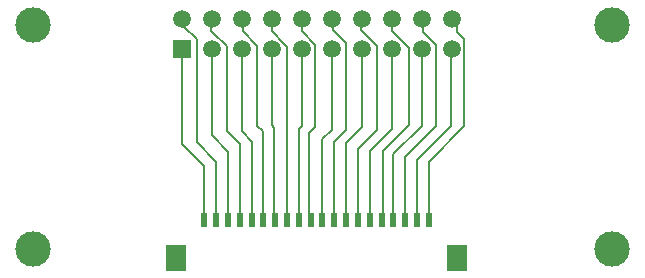
<source format=gbl>
G04*
G04 #@! TF.GenerationSoftware,Altium Limited,Altium Designer,23.9.2 (47)*
G04*
G04 Layer_Physical_Order=2*
G04 Layer_Color=16711680*
%FSLAX44Y44*%
%MOMM*%
G71*
G04*
G04 #@! TF.SameCoordinates,E7A4BE84-EE4C-4B8F-86C3-5DBB0D0320C3*
G04*
G04*
G04 #@! TF.FilePolarity,Positive*
G04*
G01*
G75*
%ADD19C,0.2040*%
%ADD20C,1.5000*%
%ADD21R,1.5000X1.5000*%
%ADD22C,3.0000*%
%ADD23R,1.8000X2.2000*%
%ADD24R,0.6000X1.3000*%
D19*
X158180Y217820D02*
X168400Y207600D01*
X158180Y217820D02*
Y222360D01*
X168400Y120600D02*
Y207600D01*
X155700Y224840D02*
X158180Y222360D01*
X365000Y54541D02*
Y104000D01*
X389000Y214000D02*
X394860Y208140D01*
Y133860D02*
Y208140D01*
X365000Y104000D02*
X394860Y133860D01*
X384300Y224840D02*
X389000Y220140D01*
Y214000D02*
Y220140D01*
X360000Y214000D02*
Y223740D01*
X345000Y54541D02*
Y108000D01*
X371000Y134000D02*
Y203000D01*
X345000Y108000D02*
X371000Y134000D01*
X360000Y214000D02*
X371000Y203000D01*
X358900Y224840D02*
X360000Y223740D01*
X358900Y199440D02*
Y202100D01*
Y133900D02*
Y199440D01*
X333500Y214500D02*
X348000Y200000D01*
Y135000D02*
Y200000D01*
X333500Y214500D02*
Y224840D01*
X308000Y215000D02*
Y224740D01*
X320800Y202200D02*
X320800D01*
X308000Y215000D02*
X320800Y202200D01*
X308000Y224740D02*
X308100Y224840D01*
X282700D02*
X284000Y223540D01*
Y215000D02*
Y223540D01*
X295000Y131000D02*
Y204000D01*
X284000Y215000D02*
X295000Y204000D01*
X257300Y214700D02*
Y224840D01*
Y214700D02*
X269000Y203000D01*
X231900Y214374D02*
Y224840D01*
Y214374D02*
X242460Y203814D01*
Y203814D02*
X245000Y201274D01*
X242460Y203814D02*
Y203814D01*
X206500Y224840D02*
X207720Y223620D01*
Y214280D02*
Y223620D01*
Y214280D02*
X220000Y202000D01*
Y134521D02*
Y202000D01*
X182195Y213000D02*
X182474D01*
X181000Y224740D02*
X181100Y224840D01*
X181000Y214195D02*
Y224740D01*
Y214195D02*
X182195Y213000D01*
X193800Y199440D02*
Y201674D01*
X182474Y213000D02*
X193800Y201674D01*
X193800Y130200D02*
Y199440D01*
Y130200D02*
X205000Y119000D01*
Y54541D02*
Y119000D01*
X193800Y199440D02*
X193800Y199440D01*
X175000Y54541D02*
X175000Y54541D01*
Y100000D01*
X155700Y119300D02*
Y199440D01*
Y119300D02*
X175000Y100000D01*
X231900Y135100D02*
Y203100D01*
X206500Y199440D02*
Y203500D01*
Y129500D02*
Y199440D01*
X181100D02*
Y206068D01*
Y126210D02*
Y199440D01*
X257300Y134300D02*
Y202700D01*
X355000Y54541D02*
X355000Y54541D01*
Y105000D01*
X384000Y134000D01*
Y202681D01*
X269000Y133000D02*
Y203000D01*
X185000Y54541D02*
X185000Y54541D01*
Y104000D01*
X168400Y120600D02*
X185000Y104000D01*
X335000Y54541D02*
Y110000D01*
X358900Y133900D01*
X320800Y130800D02*
Y202200D01*
X181100Y126210D02*
X195155Y112155D01*
X195000Y112000D02*
X195155Y112155D01*
X195000Y54541D02*
Y112000D01*
X333500Y131500D02*
Y201674D01*
X282700Y130837D02*
Y203300D01*
X234380Y55161D02*
Y132620D01*
X231900Y135100D02*
X234380Y132620D01*
Y55161D02*
X235000Y54541D01*
X305000Y115000D02*
X320800Y130800D01*
X245000Y54541D02*
Y201274D01*
X325000Y54541D02*
X326000Y55541D01*
Y113000D01*
X348000Y135000D01*
X315000Y54541D02*
Y113000D01*
X315000Y54541D02*
X315000Y54541D01*
Y113000D02*
X333500Y131500D01*
X305000Y54541D02*
Y115000D01*
X295000Y120000D02*
X308100Y133100D01*
X295000Y54541D02*
Y120000D01*
X308100Y133100D02*
Y201900D01*
X285000Y121000D02*
X295000Y131000D01*
X285000Y54541D02*
Y121000D01*
X275000Y123137D02*
X282700Y130837D01*
X275000Y54541D02*
Y123137D01*
X255000Y132000D02*
X257300Y134300D01*
X255000Y54541D02*
Y132000D01*
X264000Y55541D02*
Y128000D01*
Y55541D02*
X265000Y54541D01*
X264000Y128000D02*
X269000Y133000D01*
X215000Y54541D02*
Y121000D01*
X206500Y129500D02*
X215000Y121000D01*
X225000Y54541D02*
Y129521D01*
X220000Y134521D02*
X225000Y129521D01*
D20*
X155700Y224840D02*
D03*
X231900D02*
D03*
X206500D02*
D03*
X308100D02*
D03*
X282700D02*
D03*
X384300D02*
D03*
X358900D02*
D03*
X206500Y199440D02*
D03*
X231900D02*
D03*
X282700D02*
D03*
X308100D02*
D03*
X358900D02*
D03*
X384300D02*
D03*
X257300Y224840D02*
D03*
X181100D02*
D03*
X333500D02*
D03*
X181100Y199440D02*
D03*
X257300D02*
D03*
X333500D02*
D03*
D21*
X155700D02*
D03*
D22*
X520000Y30000D02*
D03*
Y220000D02*
D03*
X30000D02*
D03*
Y30000D02*
D03*
D23*
X151000Y22041D02*
D03*
X389000D02*
D03*
D24*
X335000Y54541D02*
D03*
X325000D02*
D03*
X345000D02*
D03*
X355000D02*
D03*
X365000D02*
D03*
X305000D02*
D03*
X295000D02*
D03*
X315000D02*
D03*
X285000D02*
D03*
X275000D02*
D03*
X265000D02*
D03*
X255000D02*
D03*
X245000D02*
D03*
X235000D02*
D03*
X225000D02*
D03*
X215000D02*
D03*
X205000D02*
D03*
X195000D02*
D03*
X185000D02*
D03*
X175000D02*
D03*
M02*

</source>
